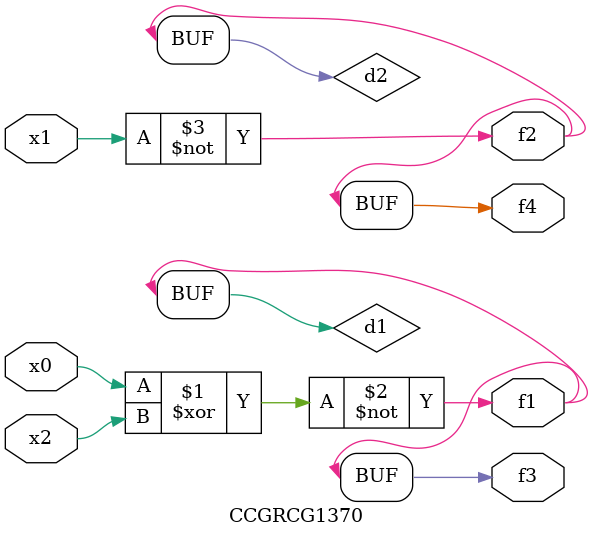
<source format=v>
module CCGRCG1370(
	input x0, x1, x2,
	output f1, f2, f3, f4
);

	wire d1, d2, d3;

	xnor (d1, x0, x2);
	nand (d2, x1);
	nor (d3, x1, x2);
	assign f1 = d1;
	assign f2 = d2;
	assign f3 = d1;
	assign f4 = d2;
endmodule

</source>
